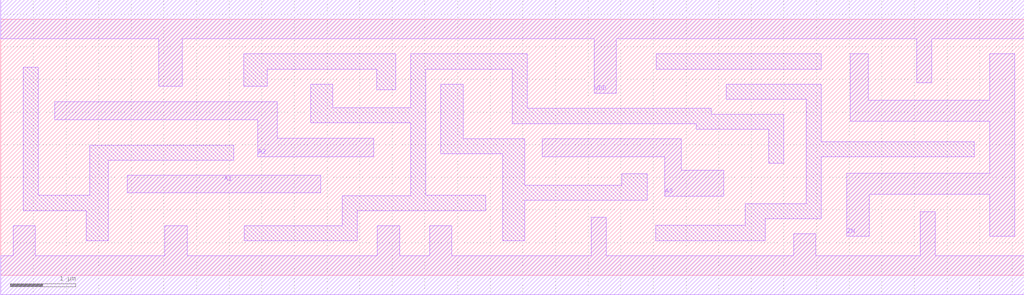
<source format=lef>
# Copyright 2022 GlobalFoundries PDK Authors
#
# Licensed under the Apache License, Version 2.0 (the "License");
# you may not use this file except in compliance with the License.
# You may obtain a copy of the License at
#
#      http://www.apache.org/licenses/LICENSE-2.0
#
# Unless required by applicable law or agreed to in writing, software
# distributed under the License is distributed on an "AS IS" BASIS,
# WITHOUT WARRANTIES OR CONDITIONS OF ANY KIND, either express or implied.
# See the License for the specific language governing permissions and
# limitations under the License.

MACRO gf180mcu_fd_sc_mcu7t5v0__xnor3_2
  CLASS core ;
  FOREIGN gf180mcu_fd_sc_mcu7t5v0__xnor3_2 0.0 0.0 ;
  ORIGIN 0 0 ;
  SYMMETRY X Y ;
  SITE GF018hv5v_mcu_sc7 ;
  SIZE 15.68 BY 3.92 ;
  PIN A1
    DIRECTION INPUT ;
    ANTENNAGATEAREA 0.9045 ;
    PORT
      LAYER METAL1 ;
        POLYGON 1.935 1.265 4.905 1.265 4.905 1.535 1.935 1.535  ;
    END
  END A1
  PIN A2
    DIRECTION INPUT ;
    ANTENNAGATEAREA 0.9045 ;
    PORT
      LAYER METAL1 ;
        POLYGON 0.825 2.385 3.57 2.385 3.935 2.385 3.935 1.815 5.715 1.815 5.715 2.1 4.24 2.1 4.24 2.655 3.57 2.655 0.825 2.655  ;
    END
  END A2
  PIN A3
    DIRECTION INPUT ;
    ANTENNAGATEAREA 1.598 ;
    PORT
      LAYER METAL1 ;
        POLYGON 8.3 1.815 9.905 1.815 10.17 1.815 10.17 1.21 11.075 1.21 11.075 1.61 10.425 1.61 10.425 2.095 9.905 2.095 8.3 2.095  ;
    END
  END A3
  PIN ZN
    DIRECTION OUTPUT ;
    ANTENNADIFFAREA 1.7952 ;
    PORT
      LAYER METAL1 ;
        POLYGON 13.015 2.36 14.915 2.36 15.155 2.36 15.155 1.56 12.965 1.56 12.965 0.6 13.31 0.6 13.31 1.24 15.155 1.24 15.155 0.6 15.535 0.6 15.535 3.39 15.155 3.39 15.155 2.68 14.915 2.68 13.295 2.68 13.295 3.39 13.015 3.39  ;
    END
  END ZN
  PIN VDD
    DIRECTION INOUT ;
    USE power ;
    SHAPE ABUTMENT ;
    PORT
      LAYER METAL1 ;
        POLYGON 0 3.62 2.42 3.62 2.42 2.895 2.78 2.895 2.78 3.62 3.57 3.62 6.055 3.62 9.09 3.62 9.09 2.785 9.43 2.785 9.43 3.62 12.575 3.62 14.035 3.62 14.035 2.95 14.265 2.95 14.265 3.62 14.915 3.62 15.68 3.62 15.68 4.22 14.915 4.22 12.575 4.22 6.055 4.22 3.57 4.22 0 4.22  ;
    END
  END VDD
  PIN VSS
    DIRECTION INOUT ;
    USE ground ;
    SHAPE ABUTMENT ;
    PORT
      LAYER METAL1 ;
        POLYGON 0 -0.3 15.68 -0.3 15.68 0.3 14.315 0.3 14.315 0.975 14.085 0.975 14.085 0.3 12.49 0.3 12.49 0.635 12.15 0.635 12.15 0.3 9.275 0.3 9.275 0.89 9.045 0.89 9.045 0.3 6.91 0.3 6.91 0.76 6.57 0.76 6.57 0.3 6.11 0.3 6.11 0.76 5.77 0.76 5.77 0.3 2.855 0.3 2.855 0.76 2.515 0.76 2.515 0.3 0.53 0.3 0.53 0.76 0.19 0.76 0.19 0.3 0 0.3  ;
    END
  END VSS
  OBS
      LAYER METAL1 ;
        POLYGON 0.345 0.99 1.31 0.99 1.31 0.53 1.65 0.53 1.65 1.765 3.57 1.765 3.57 1.995 1.365 1.995 1.365 1.225 0.575 1.225 0.575 3.19 0.345 3.19  ;
        POLYGON 3.72 2.895 4.08 2.895 4.08 3.155 5.76 3.155 5.76 2.84 6.055 2.84 6.055 3.39 3.72 3.39  ;
        POLYGON 6.745 1.86 7.69 1.86 7.69 0.53 8.03 0.53 8.03 1.15 9.905 1.15 9.905 1.555 9.515 1.555 9.515 1.38 8.03 1.38 8.03 2.095 7.085 2.095 7.085 2.925 6.745 2.925  ;
        POLYGON 6.515 3.155 7.835 3.155 7.835 2.325 10.655 2.325 10.655 2.24 11.765 2.24 11.765 1.715 11.995 1.715 11.995 2.47 10.885 2.47 10.885 2.555 8.065 2.555 8.065 3.39 6.285 3.39 6.285 2.565 5.09 2.565 5.09 2.925 4.75 2.925 4.75 2.335 6.285 2.335 6.285 1.22 5.23 1.22 5.23 0.76 3.73 0.76 3.73 0.53 5.46 0.53 5.46 0.99 7.435 0.99 7.435 1.225 6.515 1.225  ;
        POLYGON 10.045 3.16 12.575 3.16 12.575 3.39 10.045 3.39  ;
        POLYGON 11.115 2.7 12.345 2.7 12.345 1.095 11.405 1.095 11.405 0.765 10.035 0.765 10.035 0.53 11.71 0.53 11.71 0.865 12.575 0.865 12.575 1.815 14.915 1.815 14.915 2.045 12.575 2.045 12.575 2.93 11.115 2.93  ;
  END
END gf180mcu_fd_sc_mcu7t5v0__xnor3_2

</source>
